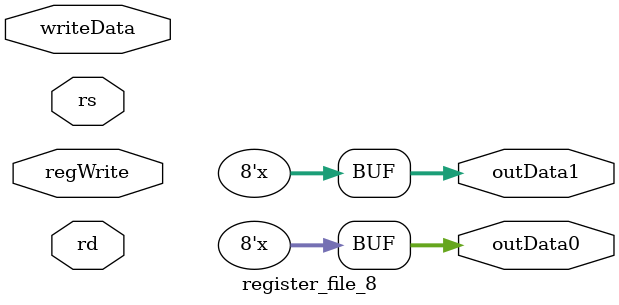
<source format=v>
`timescale 1ns / 1ps

// Code your design here
//Register_File(rd,rs,regWrite, writeData, outData0,outData1
module register_file_8(input rd,
                       input rs,
                       input regWrite,
                       input [7:0] writeData,
                       output reg [7:0] outData0,
                       output reg [7:0] outData1
                      );
  reg [7:0] registerList [1:0]; 	 
  
	//initial
  	initial begin
      	//reg r0 [7:0] = 0
      registerList[0] = 0;
      	//Reg r1 [7:0] = 0
      registerList[1] = 0;
    end	
		
	
	//Always
  always @ (rd or rs or regWrite or writeData) begin
		
    //if its a register  write operation
    if (regWrite) begin 
      registerList[rd] = writeData;

     //Else its a register read operation 
    end else begin 
      outData1 = registerList[rd];
      outData0 = registerList[rs];
    end
  end
//outData1 = r0
endmodule

</source>
